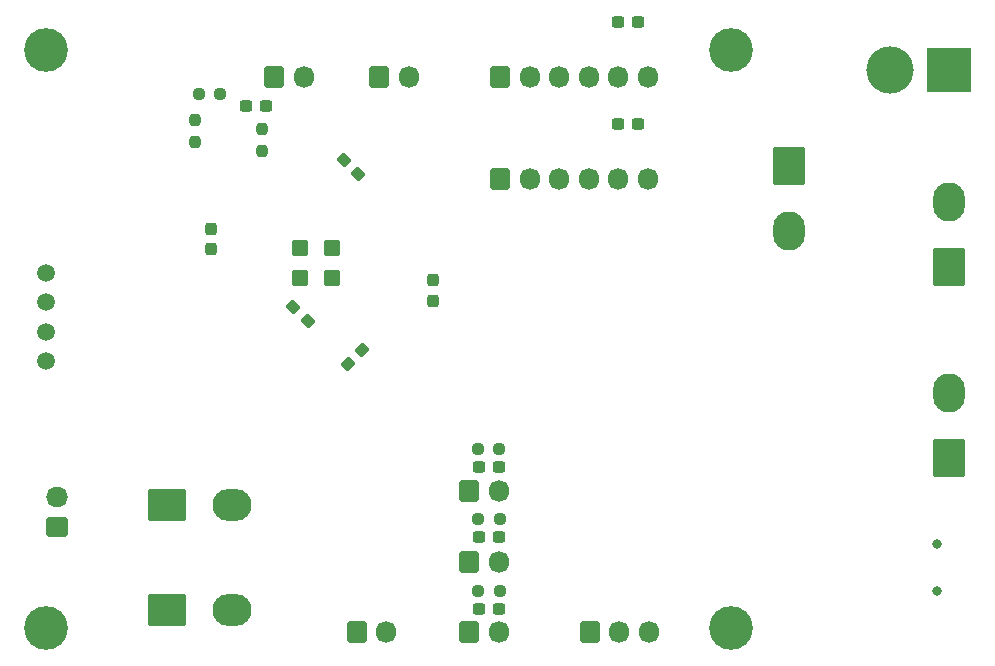
<source format=gbr>
%TF.GenerationSoftware,KiCad,Pcbnew,(6.0.4)*%
%TF.CreationDate,2022-08-07T13:44:39+09:00*%
%TF.ProjectId,cleanbot,636c6561-6e62-46f7-942e-6b696361645f,rev?*%
%TF.SameCoordinates,Original*%
%TF.FileFunction,Soldermask,Bot*%
%TF.FilePolarity,Negative*%
%FSLAX46Y46*%
G04 Gerber Fmt 4.6, Leading zero omitted, Abs format (unit mm)*
G04 Created by KiCad (PCBNEW (6.0.4)) date 2022-08-07 13:44:39*
%MOMM*%
%LPD*%
G01*
G04 APERTURE LIST*
G04 Aperture macros list*
%AMRoundRect*
0 Rectangle with rounded corners*
0 $1 Rounding radius*
0 $2 $3 $4 $5 $6 $7 $8 $9 X,Y pos of 4 corners*
0 Add a 4 corners polygon primitive as box body*
4,1,4,$2,$3,$4,$5,$6,$7,$8,$9,$2,$3,0*
0 Add four circle primitives for the rounded corners*
1,1,$1+$1,$2,$3*
1,1,$1+$1,$4,$5*
1,1,$1+$1,$6,$7*
1,1,$1+$1,$8,$9*
0 Add four rect primitives between the rounded corners*
20,1,$1+$1,$2,$3,$4,$5,0*
20,1,$1+$1,$4,$5,$6,$7,0*
20,1,$1+$1,$6,$7,$8,$9,0*
20,1,$1+$1,$8,$9,$2,$3,0*%
G04 Aperture macros list end*
%ADD10RoundRect,0.250000X-0.600000X-0.675000X0.600000X-0.675000X0.600000X0.675000X-0.600000X0.675000X0*%
%ADD11O,1.700000X1.850000*%
%ADD12C,1.500000*%
%ADD13C,3.700000*%
%ADD14RoundRect,0.250001X1.399999X-1.099999X1.399999X1.099999X-1.399999X1.099999X-1.399999X-1.099999X0*%
%ADD15O,3.300000X2.700000*%
%ADD16RoundRect,0.250000X0.675000X-0.600000X0.675000X0.600000X-0.675000X0.600000X-0.675000X-0.600000X0*%
%ADD17O,1.850000X1.700000*%
%ADD18R,3.800000X3.800000*%
%ADD19C,4.000000*%
%ADD20RoundRect,0.250001X1.099999X1.399999X-1.099999X1.399999X-1.099999X-1.399999X1.099999X-1.399999X0*%
%ADD21O,2.700000X3.300000*%
%ADD22RoundRect,0.250001X-1.099999X-1.399999X1.099999X-1.399999X1.099999X1.399999X-1.099999X1.399999X0*%
%ADD23C,0.800000*%
%ADD24RoundRect,0.237500X0.250000X0.237500X-0.250000X0.237500X-0.250000X-0.237500X0.250000X-0.237500X0*%
%ADD25RoundRect,0.237500X-0.300000X-0.237500X0.300000X-0.237500X0.300000X0.237500X-0.300000X0.237500X0*%
%ADD26RoundRect,0.250000X-0.450000X-0.425000X0.450000X-0.425000X0.450000X0.425000X-0.450000X0.425000X0*%
%ADD27RoundRect,0.237500X0.044194X0.380070X-0.380070X-0.044194X-0.044194X-0.380070X0.380070X0.044194X0*%
%ADD28RoundRect,0.237500X-0.237500X0.250000X-0.237500X-0.250000X0.237500X-0.250000X0.237500X0.250000X0*%
%ADD29RoundRect,0.237500X0.237500X-0.300000X0.237500X0.300000X-0.237500X0.300000X-0.237500X-0.300000X0*%
%ADD30RoundRect,0.237500X0.380070X-0.044194X-0.044194X0.380070X-0.380070X0.044194X0.044194X-0.380070X0*%
%ADD31RoundRect,0.237500X-0.380070X0.044194X0.044194X-0.380070X0.380070X-0.044194X-0.044194X0.380070X0*%
%ADD32RoundRect,0.237500X0.237500X-0.250000X0.237500X0.250000X-0.237500X0.250000X-0.237500X-0.250000X0*%
%ADD33RoundRect,0.237500X-0.237500X0.300000X-0.237500X-0.300000X0.237500X-0.300000X0.237500X0.300000X0*%
G04 APERTURE END LIST*
D10*
%TO.C,J11*%
X49570000Y3160000D03*
D11*
X52070000Y3160000D03*
X54570000Y3160000D03*
%TD*%
D12*
%TO.C,J14*%
X3556000Y26095000D03*
X3556000Y28595000D03*
X3556000Y31095000D03*
X3556000Y33595000D03*
%TD*%
D13*
%TO.C,REF\u002A\u002A*%
X61500000Y52500000D03*
%TD*%
D10*
%TO.C,J17*%
X39390000Y9129000D03*
D11*
X41890000Y9129000D03*
%TD*%
D13*
%TO.C,REF\u002A\u002A*%
X61500000Y3500000D03*
%TD*%
D10*
%TO.C,J16*%
X39390000Y3160000D03*
D11*
X41890000Y3160000D03*
%TD*%
D14*
%TO.C,J9*%
X13820000Y13970000D03*
D15*
X19320000Y13970000D03*
%TD*%
D16*
%TO.C,J13*%
X4460000Y12085000D03*
D17*
X4460000Y14585000D03*
%TD*%
D13*
%TO.C,REF\u002A\u002A*%
X3500000Y3500000D03*
%TD*%
D18*
%TO.C,J4*%
X79970000Y50800000D03*
D19*
X74970000Y50800000D03*
%TD*%
D10*
%TO.C,J15*%
X29865000Y3160000D03*
D11*
X32365000Y3160000D03*
%TD*%
D10*
%TO.C,J10*%
X22880000Y50150000D03*
D11*
X25380000Y50150000D03*
%TD*%
D14*
%TO.C,J7*%
X13820000Y5080000D03*
D15*
X19320000Y5080000D03*
%TD*%
D10*
%TO.C,J18*%
X39390000Y15098000D03*
D11*
X41890000Y15098000D03*
%TD*%
D20*
%TO.C,J6*%
X79959200Y17959000D03*
D21*
X79959200Y23459000D03*
%TD*%
D10*
%TO.C,J3*%
X31770000Y50150000D03*
D11*
X34270000Y50150000D03*
%TD*%
D13*
%TO.C,REF\u002A\u002A*%
X3500000Y52500000D03*
%TD*%
D10*
%TO.C,J2*%
X42010000Y41514000D03*
D11*
X44510000Y41514000D03*
X47010000Y41514000D03*
X49510000Y41514000D03*
X52010000Y41514000D03*
X54510000Y41514000D03*
%TD*%
D22*
%TO.C,J8*%
X66421000Y42620000D03*
D21*
X66421000Y37120000D03*
%TD*%
D10*
%TO.C,J1*%
X42010000Y50150000D03*
D11*
X44510000Y50150000D03*
X47010000Y50150000D03*
X49510000Y50150000D03*
X52010000Y50150000D03*
X54510000Y50150000D03*
%TD*%
D20*
%TO.C,J5*%
X79959200Y34088000D03*
D21*
X79959200Y39588000D03*
%TD*%
D23*
%TO.C,J12*%
X78950000Y10636000D03*
X78950000Y6636000D03*
%TD*%
D24*
%TO.C,R17*%
X41933500Y18669000D03*
X40108500Y18669000D03*
%TD*%
D25*
%TO.C,C2*%
X51969500Y54864000D03*
X53694500Y54864000D03*
%TD*%
D26*
%TO.C,C5*%
X25066000Y35687000D03*
X27766000Y35687000D03*
%TD*%
D25*
%TO.C,C21*%
X40159600Y17145000D03*
X41884600Y17145000D03*
%TD*%
D26*
%TO.C,C3*%
X25066000Y33147000D03*
X27766000Y33147000D03*
%TD*%
D24*
%TO.C,R14*%
X41960800Y6654800D03*
X40135800Y6654800D03*
%TD*%
D27*
%TO.C,C18*%
X30327880Y27076680D03*
X29108120Y25856920D03*
%TD*%
D28*
%TO.C,R19*%
X16129000Y46505500D03*
X16129000Y44680500D03*
%TD*%
D29*
%TO.C,C7*%
X17526000Y35586500D03*
X17526000Y37311500D03*
%TD*%
D25*
%TO.C,C8*%
X51969500Y46228000D03*
X53694500Y46228000D03*
%TD*%
%TO.C,C22*%
X20473500Y47752000D03*
X22198500Y47752000D03*
%TD*%
D30*
%TO.C,C1*%
X25705080Y29514520D03*
X24485320Y30734280D03*
%TD*%
D24*
%TO.C,R16*%
X41957000Y12750800D03*
X40132000Y12750800D03*
%TD*%
D31*
%TO.C,C9*%
X28727120Y43154880D03*
X29946880Y41935120D03*
%TD*%
D32*
%TO.C,R18*%
X21844000Y43918500D03*
X21844000Y45743500D03*
%TD*%
D25*
%TO.C,C20*%
X40182000Y11226800D03*
X41907000Y11226800D03*
%TD*%
%TO.C,C19*%
X40185800Y5130800D03*
X41910800Y5130800D03*
%TD*%
D33*
%TO.C,C10*%
X36271200Y32968100D03*
X36271200Y31243100D03*
%TD*%
D24*
%TO.C,R20*%
X18311500Y48768000D03*
X16486500Y48768000D03*
%TD*%
M02*

</source>
